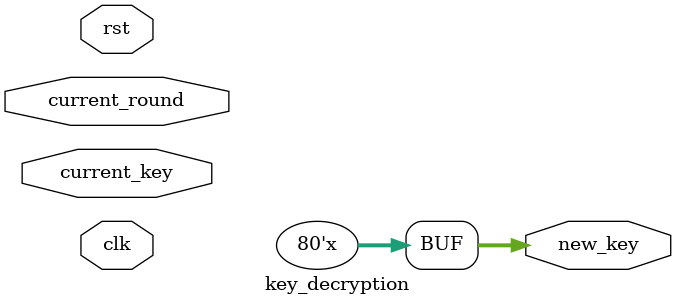
<source format=v>
`timescale 1ns / 1ps


module key_decryption(
                    input[79:0] current_key,
                    input[4:0] current_round,
                    input clk,
                    input rst,
                    output reg [79:0] new_key
    );
        reg [79:0] key_reg;
        wire [3:0]  key_t;
        reg [3:0] key_to;
        reg [4:0] key_to1;
        s_box_decryption sv(.data_i(current_key[3:0]),.data_o(key_t));
        always@(*)begin
                 if(current_round > 0)begin
                     key_to <= key_t;
                     key_to1 <= current_key[63:59]^(current_round-1);
                     key_reg <= {current_key[79:64],key_to1,current_key[58:4],key_to};
                     new_key <= {key_reg[12:0],key_reg[79:13]};//>>13
                 end
        end
endmodule

</source>
